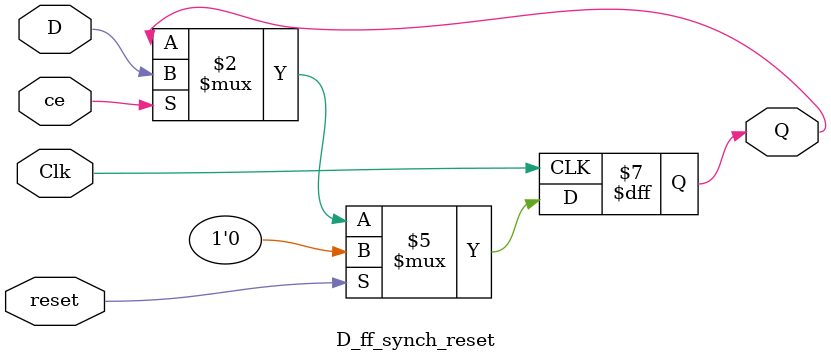
<source format=v>
module D_ff_synch_reset(
input D, 
input Clk, 
input reset, 
input ce, 
output reg Q);    
always @(posedge Clk)       
if (reset)        
	begin          
	Q <= 1'b0;       
	end 
else if (ce)       
	begin          
	Q <= D;       
	end 
endmodule

</source>
